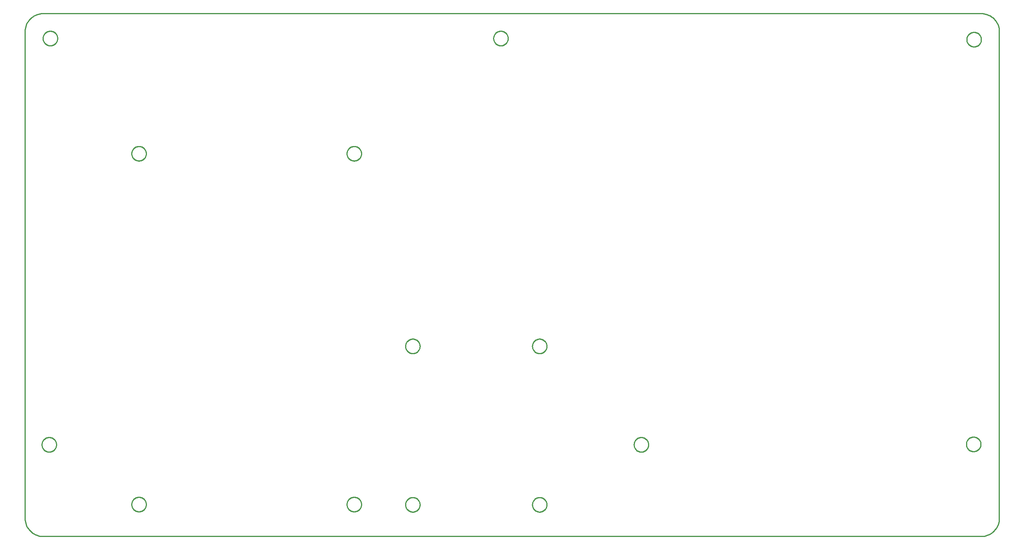
<source format=gbr>
G04 EAGLE Gerber X2 export*
%TF.Part,Single*%
%TF.FileFunction,Profile,NP*%
%TF.FilePolarity,Positive*%
%TF.GenerationSoftware,Autodesk,EAGLE,8.6.3*%
%TF.CreationDate,2021-05-18T20:18:47Z*%
G75*
%MOMM*%
%FSLAX34Y34*%
%LPD*%
%AMOC8*
5,1,8,0,0,1.08239X$1,22.5*%
G01*
%ADD10C,0.254000*%


D10*
X0Y40000D02*
X152Y36514D01*
X608Y33054D01*
X1363Y29647D01*
X2412Y26319D01*
X3748Y23095D01*
X5359Y20000D01*
X7234Y17057D01*
X9358Y14289D01*
X11716Y11716D01*
X14289Y9358D01*
X17057Y7234D01*
X20000Y5359D01*
X23095Y3748D01*
X26319Y2412D01*
X29647Y1363D01*
X33054Y608D01*
X36514Y152D01*
X40000Y0D01*
X2110000Y0D01*
X2113486Y152D01*
X2116946Y608D01*
X2120353Y1363D01*
X2123681Y2412D01*
X2126905Y3748D01*
X2130000Y5359D01*
X2132943Y7234D01*
X2135712Y9358D01*
X2138284Y11716D01*
X2140642Y14289D01*
X2142766Y17057D01*
X2144641Y20000D01*
X2146252Y23095D01*
X2147588Y26319D01*
X2148637Y29647D01*
X2149392Y33054D01*
X2149848Y36514D01*
X2150000Y40000D01*
X2150000Y1115000D01*
X2149848Y1118486D01*
X2149392Y1121946D01*
X2148637Y1125353D01*
X2147588Y1128681D01*
X2146252Y1131905D01*
X2144641Y1135000D01*
X2142766Y1137943D01*
X2140642Y1140712D01*
X2138284Y1143284D01*
X2135712Y1145642D01*
X2132943Y1147766D01*
X2130000Y1149641D01*
X2126905Y1151252D01*
X2123681Y1152588D01*
X2120353Y1153637D01*
X2116946Y1154392D01*
X2113486Y1154848D01*
X2110000Y1155000D01*
X40000Y1155000D01*
X36514Y1154848D01*
X33054Y1154392D01*
X29647Y1153637D01*
X26319Y1152588D01*
X23095Y1151252D01*
X20000Y1149641D01*
X17057Y1147766D01*
X14289Y1145642D01*
X11716Y1143284D01*
X9358Y1140712D01*
X7234Y1137943D01*
X5359Y1135000D01*
X3748Y1131905D01*
X2412Y1128681D01*
X1363Y1125353D01*
X608Y1121946D01*
X152Y1118486D01*
X0Y1115000D01*
X0Y40000D01*
X871625Y419426D02*
X871557Y418381D01*
X871420Y417342D01*
X871215Y416315D01*
X870944Y415303D01*
X870608Y414311D01*
X870207Y413343D01*
X869743Y412404D01*
X869220Y411496D01*
X868638Y410625D01*
X868000Y409794D01*
X867309Y409007D01*
X866568Y408266D01*
X865781Y407575D01*
X864950Y406938D01*
X864079Y406356D01*
X863171Y405832D01*
X862232Y405368D01*
X861264Y404967D01*
X860272Y404631D01*
X859260Y404360D01*
X858233Y404155D01*
X857194Y404019D01*
X856149Y403950D01*
X855101Y403950D01*
X854056Y404019D01*
X853017Y404155D01*
X851990Y404360D01*
X850978Y404631D01*
X849986Y404967D01*
X849018Y405368D01*
X848079Y405832D01*
X847171Y406356D01*
X846300Y406938D01*
X845469Y407575D01*
X844682Y408266D01*
X843941Y409007D01*
X843250Y409794D01*
X842613Y410625D01*
X842031Y411496D01*
X841507Y412404D01*
X841043Y413343D01*
X840642Y414311D01*
X840306Y415303D01*
X840035Y416315D01*
X839830Y417342D01*
X839694Y418381D01*
X839625Y419426D01*
X839625Y420474D01*
X839694Y421519D01*
X839830Y422558D01*
X840035Y423585D01*
X840306Y424597D01*
X840642Y425589D01*
X841043Y426557D01*
X841507Y427496D01*
X842031Y428404D01*
X842613Y429275D01*
X843250Y430106D01*
X843941Y430893D01*
X844682Y431634D01*
X845469Y432325D01*
X846300Y432963D01*
X847171Y433545D01*
X848079Y434068D01*
X849018Y434532D01*
X849986Y434933D01*
X850978Y435269D01*
X851990Y435540D01*
X853017Y435745D01*
X854056Y435882D01*
X855101Y435950D01*
X856149Y435950D01*
X857194Y435882D01*
X858233Y435745D01*
X859260Y435540D01*
X860272Y435269D01*
X861264Y434933D01*
X862232Y434532D01*
X863171Y434068D01*
X864079Y433545D01*
X864950Y432963D01*
X865781Y432325D01*
X866568Y431634D01*
X867309Y430893D01*
X868000Y430106D01*
X868638Y429275D01*
X869220Y428404D01*
X869743Y427496D01*
X870207Y426557D01*
X870608Y425589D01*
X870944Y424597D01*
X871215Y423585D01*
X871420Y422558D01*
X871557Y421519D01*
X871625Y420474D01*
X871625Y419426D01*
X871625Y69426D02*
X871557Y68381D01*
X871420Y67342D01*
X871215Y66315D01*
X870944Y65303D01*
X870608Y64311D01*
X870207Y63343D01*
X869743Y62404D01*
X869220Y61496D01*
X868638Y60625D01*
X868000Y59794D01*
X867309Y59007D01*
X866568Y58266D01*
X865781Y57575D01*
X864950Y56938D01*
X864079Y56356D01*
X863171Y55832D01*
X862232Y55368D01*
X861264Y54967D01*
X860272Y54631D01*
X859260Y54360D01*
X858233Y54155D01*
X857194Y54019D01*
X856149Y53950D01*
X855101Y53950D01*
X854056Y54019D01*
X853017Y54155D01*
X851990Y54360D01*
X850978Y54631D01*
X849986Y54967D01*
X849018Y55368D01*
X848079Y55832D01*
X847171Y56356D01*
X846300Y56938D01*
X845469Y57575D01*
X844682Y58266D01*
X843941Y59007D01*
X843250Y59794D01*
X842613Y60625D01*
X842031Y61496D01*
X841507Y62404D01*
X841043Y63343D01*
X840642Y64311D01*
X840306Y65303D01*
X840035Y66315D01*
X839830Y67342D01*
X839694Y68381D01*
X839625Y69426D01*
X839625Y70474D01*
X839694Y71519D01*
X839830Y72558D01*
X840035Y73585D01*
X840306Y74597D01*
X840642Y75589D01*
X841043Y76557D01*
X841507Y77496D01*
X842031Y78404D01*
X842613Y79275D01*
X843250Y80106D01*
X843941Y80893D01*
X844682Y81634D01*
X845469Y82325D01*
X846300Y82963D01*
X847171Y83545D01*
X848079Y84068D01*
X849018Y84532D01*
X849986Y84933D01*
X850978Y85269D01*
X851990Y85540D01*
X853017Y85745D01*
X854056Y85882D01*
X855101Y85950D01*
X856149Y85950D01*
X857194Y85882D01*
X858233Y85745D01*
X859260Y85540D01*
X860272Y85269D01*
X861264Y84933D01*
X862232Y84532D01*
X863171Y84068D01*
X864079Y83545D01*
X864950Y82963D01*
X865781Y82325D01*
X866568Y81634D01*
X867309Y80893D01*
X868000Y80106D01*
X868638Y79275D01*
X869220Y78404D01*
X869743Y77496D01*
X870207Y76557D01*
X870608Y75589D01*
X870944Y74597D01*
X871215Y73585D01*
X871420Y72558D01*
X871557Y71519D01*
X871625Y70474D01*
X871625Y69426D01*
X1151625Y69426D02*
X1151557Y68381D01*
X1151420Y67342D01*
X1151215Y66315D01*
X1150944Y65303D01*
X1150608Y64311D01*
X1150207Y63343D01*
X1149743Y62404D01*
X1149220Y61496D01*
X1148638Y60625D01*
X1148000Y59794D01*
X1147309Y59007D01*
X1146568Y58266D01*
X1145781Y57575D01*
X1144950Y56938D01*
X1144079Y56356D01*
X1143171Y55832D01*
X1142232Y55368D01*
X1141264Y54967D01*
X1140272Y54631D01*
X1139260Y54360D01*
X1138233Y54155D01*
X1137194Y54019D01*
X1136149Y53950D01*
X1135101Y53950D01*
X1134056Y54019D01*
X1133017Y54155D01*
X1131990Y54360D01*
X1130978Y54631D01*
X1129986Y54967D01*
X1129018Y55368D01*
X1128079Y55832D01*
X1127171Y56356D01*
X1126300Y56938D01*
X1125469Y57575D01*
X1124682Y58266D01*
X1123941Y59007D01*
X1123250Y59794D01*
X1122613Y60625D01*
X1122031Y61496D01*
X1121507Y62404D01*
X1121043Y63343D01*
X1120642Y64311D01*
X1120306Y65303D01*
X1120035Y66315D01*
X1119830Y67342D01*
X1119694Y68381D01*
X1119625Y69426D01*
X1119625Y70474D01*
X1119694Y71519D01*
X1119830Y72558D01*
X1120035Y73585D01*
X1120306Y74597D01*
X1120642Y75589D01*
X1121043Y76557D01*
X1121507Y77496D01*
X1122031Y78404D01*
X1122613Y79275D01*
X1123250Y80106D01*
X1123941Y80893D01*
X1124682Y81634D01*
X1125469Y82325D01*
X1126300Y82963D01*
X1127171Y83545D01*
X1128079Y84068D01*
X1129018Y84532D01*
X1129986Y84933D01*
X1130978Y85269D01*
X1131990Y85540D01*
X1133017Y85745D01*
X1134056Y85882D01*
X1135101Y85950D01*
X1136149Y85950D01*
X1137194Y85882D01*
X1138233Y85745D01*
X1139260Y85540D01*
X1140272Y85269D01*
X1141264Y84933D01*
X1142232Y84532D01*
X1143171Y84068D01*
X1144079Y83545D01*
X1144950Y82963D01*
X1145781Y82325D01*
X1146568Y81634D01*
X1147309Y80893D01*
X1148000Y80106D01*
X1148638Y79275D01*
X1149220Y78404D01*
X1149743Y77496D01*
X1150207Y76557D01*
X1150608Y75589D01*
X1150944Y74597D01*
X1151215Y73585D01*
X1151420Y72558D01*
X1151557Y71519D01*
X1151625Y70474D01*
X1151625Y69426D01*
X1151625Y419426D02*
X1151557Y418381D01*
X1151420Y417342D01*
X1151215Y416315D01*
X1150944Y415303D01*
X1150608Y414311D01*
X1150207Y413343D01*
X1149743Y412404D01*
X1149220Y411496D01*
X1148638Y410625D01*
X1148000Y409794D01*
X1147309Y409007D01*
X1146568Y408266D01*
X1145781Y407575D01*
X1144950Y406938D01*
X1144079Y406356D01*
X1143171Y405832D01*
X1142232Y405368D01*
X1141264Y404967D01*
X1140272Y404631D01*
X1139260Y404360D01*
X1138233Y404155D01*
X1137194Y404019D01*
X1136149Y403950D01*
X1135101Y403950D01*
X1134056Y404019D01*
X1133017Y404155D01*
X1131990Y404360D01*
X1130978Y404631D01*
X1129986Y404967D01*
X1129018Y405368D01*
X1128079Y405832D01*
X1127171Y406356D01*
X1126300Y406938D01*
X1125469Y407575D01*
X1124682Y408266D01*
X1123941Y409007D01*
X1123250Y409794D01*
X1122613Y410625D01*
X1122031Y411496D01*
X1121507Y412404D01*
X1121043Y413343D01*
X1120642Y414311D01*
X1120306Y415303D01*
X1120035Y416315D01*
X1119830Y417342D01*
X1119694Y418381D01*
X1119625Y419426D01*
X1119625Y420474D01*
X1119694Y421519D01*
X1119830Y422558D01*
X1120035Y423585D01*
X1120306Y424597D01*
X1120642Y425589D01*
X1121043Y426557D01*
X1121507Y427496D01*
X1122031Y428404D01*
X1122613Y429275D01*
X1123250Y430106D01*
X1123941Y430893D01*
X1124682Y431634D01*
X1125469Y432325D01*
X1126300Y432963D01*
X1127171Y433545D01*
X1128079Y434068D01*
X1129018Y434532D01*
X1129986Y434933D01*
X1130978Y435269D01*
X1131990Y435540D01*
X1133017Y435745D01*
X1134056Y435882D01*
X1135101Y435950D01*
X1136149Y435950D01*
X1137194Y435882D01*
X1138233Y435745D01*
X1139260Y435540D01*
X1140272Y435269D01*
X1141264Y434933D01*
X1142232Y434532D01*
X1143171Y434068D01*
X1144079Y433545D01*
X1144950Y432963D01*
X1145781Y432325D01*
X1146568Y431634D01*
X1147309Y430893D01*
X1148000Y430106D01*
X1148638Y429275D01*
X1149220Y428404D01*
X1149743Y427496D01*
X1150207Y426557D01*
X1150608Y425589D01*
X1150944Y424597D01*
X1151215Y423585D01*
X1151420Y422558D01*
X1151557Y421519D01*
X1151625Y420474D01*
X1151625Y419426D01*
X267450Y845014D02*
X267382Y843968D01*
X267245Y842930D01*
X267040Y841902D01*
X266769Y840890D01*
X266433Y839898D01*
X266032Y838931D01*
X265568Y837991D01*
X265045Y837084D01*
X264463Y836213D01*
X263825Y835382D01*
X263134Y834594D01*
X262393Y833853D01*
X261606Y833163D01*
X260775Y832525D01*
X259904Y831943D01*
X258996Y831419D01*
X258057Y830956D01*
X257089Y830555D01*
X256097Y830218D01*
X255085Y829947D01*
X254058Y829743D01*
X253019Y829606D01*
X251974Y829538D01*
X250926Y829538D01*
X249881Y829606D01*
X248842Y829743D01*
X247815Y829947D01*
X246803Y830218D01*
X245811Y830555D01*
X244843Y830956D01*
X243904Y831419D01*
X242996Y831943D01*
X242125Y832525D01*
X241294Y833163D01*
X240507Y833853D01*
X239766Y834594D01*
X239075Y835382D01*
X238438Y836213D01*
X237856Y837084D01*
X237332Y837991D01*
X236868Y838931D01*
X236467Y839898D01*
X236131Y840890D01*
X235860Y841902D01*
X235655Y842930D01*
X235519Y843968D01*
X235450Y845014D01*
X235450Y846061D01*
X235519Y847107D01*
X235655Y848145D01*
X235860Y849173D01*
X236131Y850185D01*
X236467Y851177D01*
X236868Y852144D01*
X237332Y853084D01*
X237856Y853991D01*
X238438Y854862D01*
X239075Y855693D01*
X239766Y856481D01*
X240507Y857222D01*
X241294Y857912D01*
X242125Y858550D01*
X242996Y859132D01*
X243904Y859656D01*
X244843Y860119D01*
X245811Y860520D01*
X246803Y860857D01*
X247815Y861128D01*
X248842Y861332D01*
X249881Y861469D01*
X250926Y861538D01*
X251974Y861538D01*
X253019Y861469D01*
X254058Y861332D01*
X255085Y861128D01*
X256097Y860857D01*
X257089Y860520D01*
X258057Y860119D01*
X258996Y859656D01*
X259904Y859132D01*
X260775Y858550D01*
X261606Y857912D01*
X262393Y857222D01*
X263134Y856481D01*
X263825Y855693D01*
X264463Y854862D01*
X265045Y853991D01*
X265568Y853084D01*
X266032Y852144D01*
X266433Y851177D01*
X266769Y850185D01*
X267040Y849173D01*
X267245Y848145D01*
X267382Y847107D01*
X267450Y846061D01*
X267450Y845014D01*
X742450Y845014D02*
X742382Y843968D01*
X742245Y842930D01*
X742040Y841902D01*
X741769Y840890D01*
X741433Y839898D01*
X741032Y838931D01*
X740568Y837991D01*
X740045Y837084D01*
X739463Y836213D01*
X738825Y835382D01*
X738134Y834594D01*
X737393Y833853D01*
X736606Y833163D01*
X735775Y832525D01*
X734904Y831943D01*
X733996Y831419D01*
X733057Y830956D01*
X732089Y830555D01*
X731097Y830218D01*
X730085Y829947D01*
X729058Y829743D01*
X728019Y829606D01*
X726974Y829538D01*
X725926Y829538D01*
X724881Y829606D01*
X723842Y829743D01*
X722815Y829947D01*
X721803Y830218D01*
X720811Y830555D01*
X719843Y830956D01*
X718904Y831419D01*
X717996Y831943D01*
X717125Y832525D01*
X716294Y833163D01*
X715507Y833853D01*
X714766Y834594D01*
X714075Y835382D01*
X713438Y836213D01*
X712856Y837084D01*
X712332Y837991D01*
X711868Y838931D01*
X711467Y839898D01*
X711131Y840890D01*
X710860Y841902D01*
X710655Y842930D01*
X710519Y843968D01*
X710450Y845014D01*
X710450Y846061D01*
X710519Y847107D01*
X710655Y848145D01*
X710860Y849173D01*
X711131Y850185D01*
X711467Y851177D01*
X711868Y852144D01*
X712332Y853084D01*
X712856Y853991D01*
X713438Y854862D01*
X714075Y855693D01*
X714766Y856481D01*
X715507Y857222D01*
X716294Y857912D01*
X717125Y858550D01*
X717996Y859132D01*
X718904Y859656D01*
X719843Y860119D01*
X720811Y860520D01*
X721803Y860857D01*
X722815Y861128D01*
X723842Y861332D01*
X724881Y861469D01*
X725926Y861538D01*
X726974Y861538D01*
X728019Y861469D01*
X729058Y861332D01*
X730085Y861128D01*
X731097Y860857D01*
X732089Y860520D01*
X733057Y860119D01*
X733996Y859656D01*
X734904Y859132D01*
X735775Y858550D01*
X736606Y857912D01*
X737393Y857222D01*
X738134Y856481D01*
X738825Y855693D01*
X739463Y854862D01*
X740045Y853991D01*
X740568Y853084D01*
X741032Y852144D01*
X741433Y851177D01*
X741769Y850185D01*
X742040Y849173D01*
X742245Y848145D01*
X742382Y847107D01*
X742450Y846061D01*
X742450Y845014D01*
X267450Y70014D02*
X267382Y68968D01*
X267245Y67930D01*
X267040Y66902D01*
X266769Y65890D01*
X266433Y64898D01*
X266032Y63931D01*
X265568Y62991D01*
X265045Y62084D01*
X264463Y61213D01*
X263825Y60382D01*
X263134Y59594D01*
X262393Y58853D01*
X261606Y58163D01*
X260775Y57525D01*
X259904Y56943D01*
X258996Y56419D01*
X258057Y55956D01*
X257089Y55555D01*
X256097Y55218D01*
X255085Y54947D01*
X254058Y54743D01*
X253019Y54606D01*
X251974Y54538D01*
X250926Y54538D01*
X249881Y54606D01*
X248842Y54743D01*
X247815Y54947D01*
X246803Y55218D01*
X245811Y55555D01*
X244843Y55956D01*
X243904Y56419D01*
X242996Y56943D01*
X242125Y57525D01*
X241294Y58163D01*
X240507Y58853D01*
X239766Y59594D01*
X239075Y60382D01*
X238438Y61213D01*
X237856Y62084D01*
X237332Y62991D01*
X236868Y63931D01*
X236467Y64898D01*
X236131Y65890D01*
X235860Y66902D01*
X235655Y67930D01*
X235519Y68968D01*
X235450Y70014D01*
X235450Y71061D01*
X235519Y72107D01*
X235655Y73145D01*
X235860Y74173D01*
X236131Y75185D01*
X236467Y76177D01*
X236868Y77144D01*
X237332Y78084D01*
X237856Y78991D01*
X238438Y79862D01*
X239075Y80693D01*
X239766Y81481D01*
X240507Y82222D01*
X241294Y82912D01*
X242125Y83550D01*
X242996Y84132D01*
X243904Y84656D01*
X244843Y85119D01*
X245811Y85520D01*
X246803Y85857D01*
X247815Y86128D01*
X248842Y86332D01*
X249881Y86469D01*
X250926Y86538D01*
X251974Y86538D01*
X253019Y86469D01*
X254058Y86332D01*
X255085Y86128D01*
X256097Y85857D01*
X257089Y85520D01*
X258057Y85119D01*
X258996Y84656D01*
X259904Y84132D01*
X260775Y83550D01*
X261606Y82912D01*
X262393Y82222D01*
X263134Y81481D01*
X263825Y80693D01*
X264463Y79862D01*
X265045Y78991D01*
X265568Y78084D01*
X266032Y77144D01*
X266433Y76177D01*
X266769Y75185D01*
X267040Y74173D01*
X267245Y73145D01*
X267382Y72107D01*
X267450Y71061D01*
X267450Y70014D01*
X742450Y70014D02*
X742382Y68968D01*
X742245Y67930D01*
X742040Y66902D01*
X741769Y65890D01*
X741433Y64898D01*
X741032Y63931D01*
X740568Y62991D01*
X740045Y62084D01*
X739463Y61213D01*
X738825Y60382D01*
X738134Y59594D01*
X737393Y58853D01*
X736606Y58163D01*
X735775Y57525D01*
X734904Y56943D01*
X733996Y56419D01*
X733057Y55956D01*
X732089Y55555D01*
X731097Y55218D01*
X730085Y54947D01*
X729058Y54743D01*
X728019Y54606D01*
X726974Y54538D01*
X725926Y54538D01*
X724881Y54606D01*
X723842Y54743D01*
X722815Y54947D01*
X721803Y55218D01*
X720811Y55555D01*
X719843Y55956D01*
X718904Y56419D01*
X717996Y56943D01*
X717125Y57525D01*
X716294Y58163D01*
X715507Y58853D01*
X714766Y59594D01*
X714075Y60382D01*
X713438Y61213D01*
X712856Y62084D01*
X712332Y62991D01*
X711868Y63931D01*
X711467Y64898D01*
X711131Y65890D01*
X710860Y66902D01*
X710655Y67930D01*
X710519Y68968D01*
X710450Y70014D01*
X710450Y71061D01*
X710519Y72107D01*
X710655Y73145D01*
X710860Y74173D01*
X711131Y75185D01*
X711467Y76177D01*
X711868Y77144D01*
X712332Y78084D01*
X712856Y78991D01*
X713438Y79862D01*
X714075Y80693D01*
X714766Y81481D01*
X715507Y82222D01*
X716294Y82912D01*
X717125Y83550D01*
X717996Y84132D01*
X718904Y84656D01*
X719843Y85119D01*
X720811Y85520D01*
X721803Y85857D01*
X722815Y86128D01*
X723842Y86332D01*
X724881Y86469D01*
X725926Y86538D01*
X726974Y86538D01*
X728019Y86469D01*
X729058Y86332D01*
X730085Y86128D01*
X731097Y85857D01*
X732089Y85520D01*
X733057Y85119D01*
X733996Y84656D01*
X734904Y84132D01*
X735775Y83550D01*
X736606Y82912D01*
X737393Y82222D01*
X738134Y81481D01*
X738825Y80693D01*
X739463Y79862D01*
X740045Y78991D01*
X740568Y78084D01*
X741032Y77144D01*
X741433Y76177D01*
X741769Y75185D01*
X742040Y74173D01*
X742245Y73145D01*
X742382Y72107D01*
X742450Y71061D01*
X742450Y70014D01*
X71750Y1099476D02*
X71682Y1098431D01*
X71545Y1097392D01*
X71340Y1096365D01*
X71069Y1095353D01*
X70733Y1094361D01*
X70332Y1093393D01*
X69868Y1092454D01*
X69345Y1091546D01*
X68763Y1090675D01*
X68125Y1089844D01*
X67434Y1089057D01*
X66693Y1088316D01*
X65906Y1087625D01*
X65075Y1086988D01*
X64204Y1086406D01*
X63296Y1085882D01*
X62357Y1085418D01*
X61389Y1085017D01*
X60397Y1084681D01*
X59385Y1084410D01*
X58358Y1084205D01*
X57319Y1084069D01*
X56274Y1084000D01*
X55226Y1084000D01*
X54181Y1084069D01*
X53142Y1084205D01*
X52115Y1084410D01*
X51103Y1084681D01*
X50111Y1085017D01*
X49143Y1085418D01*
X48204Y1085882D01*
X47296Y1086406D01*
X46425Y1086988D01*
X45594Y1087625D01*
X44807Y1088316D01*
X44066Y1089057D01*
X43375Y1089844D01*
X42738Y1090675D01*
X42156Y1091546D01*
X41632Y1092454D01*
X41168Y1093393D01*
X40767Y1094361D01*
X40431Y1095353D01*
X40160Y1096365D01*
X39955Y1097392D01*
X39819Y1098431D01*
X39750Y1099476D01*
X39750Y1100524D01*
X39819Y1101569D01*
X39955Y1102608D01*
X40160Y1103635D01*
X40431Y1104647D01*
X40767Y1105639D01*
X41168Y1106607D01*
X41632Y1107546D01*
X42156Y1108454D01*
X42738Y1109325D01*
X43375Y1110156D01*
X44066Y1110943D01*
X44807Y1111684D01*
X45594Y1112375D01*
X46425Y1113013D01*
X47296Y1113595D01*
X48204Y1114118D01*
X49143Y1114582D01*
X50111Y1114983D01*
X51103Y1115319D01*
X52115Y1115590D01*
X53142Y1115795D01*
X54181Y1115932D01*
X55226Y1116000D01*
X56274Y1116000D01*
X57319Y1115932D01*
X58358Y1115795D01*
X59385Y1115590D01*
X60397Y1115319D01*
X61389Y1114983D01*
X62357Y1114582D01*
X63296Y1114118D01*
X64204Y1113595D01*
X65075Y1113013D01*
X65906Y1112375D01*
X66693Y1111684D01*
X67434Y1110943D01*
X68125Y1110156D01*
X68763Y1109325D01*
X69345Y1108454D01*
X69868Y1107546D01*
X70332Y1106607D01*
X70733Y1105639D01*
X71069Y1104647D01*
X71340Y1103635D01*
X71545Y1102608D01*
X71682Y1101569D01*
X71750Y1100524D01*
X71750Y1099476D01*
X69250Y201976D02*
X69182Y200931D01*
X69045Y199892D01*
X68840Y198865D01*
X68569Y197853D01*
X68233Y196861D01*
X67832Y195893D01*
X67368Y194954D01*
X66845Y194046D01*
X66263Y193175D01*
X65625Y192344D01*
X64934Y191557D01*
X64193Y190816D01*
X63406Y190125D01*
X62575Y189488D01*
X61704Y188906D01*
X60796Y188382D01*
X59857Y187918D01*
X58889Y187517D01*
X57897Y187181D01*
X56885Y186910D01*
X55858Y186705D01*
X54819Y186569D01*
X53774Y186500D01*
X52726Y186500D01*
X51681Y186569D01*
X50642Y186705D01*
X49615Y186910D01*
X48603Y187181D01*
X47611Y187517D01*
X46643Y187918D01*
X45704Y188382D01*
X44796Y188906D01*
X43925Y189488D01*
X43094Y190125D01*
X42307Y190816D01*
X41566Y191557D01*
X40875Y192344D01*
X40238Y193175D01*
X39656Y194046D01*
X39132Y194954D01*
X38668Y195893D01*
X38267Y196861D01*
X37931Y197853D01*
X37660Y198865D01*
X37455Y199892D01*
X37319Y200931D01*
X37250Y201976D01*
X37250Y203024D01*
X37319Y204069D01*
X37455Y205108D01*
X37660Y206135D01*
X37931Y207147D01*
X38267Y208139D01*
X38668Y209107D01*
X39132Y210046D01*
X39656Y210954D01*
X40238Y211825D01*
X40875Y212656D01*
X41566Y213443D01*
X42307Y214184D01*
X43094Y214875D01*
X43925Y215513D01*
X44796Y216095D01*
X45704Y216618D01*
X46643Y217082D01*
X47611Y217483D01*
X48603Y217819D01*
X49615Y218090D01*
X50642Y218295D01*
X51681Y218432D01*
X52726Y218500D01*
X53774Y218500D01*
X54819Y218432D01*
X55858Y218295D01*
X56885Y218090D01*
X57897Y217819D01*
X58889Y217483D01*
X59857Y217082D01*
X60796Y216618D01*
X61704Y216095D01*
X62575Y215513D01*
X63406Y214875D01*
X64193Y214184D01*
X64934Y213443D01*
X65625Y212656D01*
X66263Y211825D01*
X66845Y210954D01*
X67368Y210046D01*
X67832Y209107D01*
X68233Y208139D01*
X68569Y207147D01*
X68840Y206135D01*
X69045Y205108D01*
X69182Y204069D01*
X69250Y203024D01*
X69250Y201976D01*
X2110250Y1096976D02*
X2110182Y1095931D01*
X2110045Y1094892D01*
X2109840Y1093865D01*
X2109569Y1092853D01*
X2109233Y1091861D01*
X2108832Y1090893D01*
X2108368Y1089954D01*
X2107845Y1089046D01*
X2107263Y1088175D01*
X2106625Y1087344D01*
X2105934Y1086557D01*
X2105193Y1085816D01*
X2104406Y1085125D01*
X2103575Y1084488D01*
X2102704Y1083906D01*
X2101796Y1083382D01*
X2100857Y1082918D01*
X2099889Y1082517D01*
X2098897Y1082181D01*
X2097885Y1081910D01*
X2096858Y1081705D01*
X2095819Y1081569D01*
X2094774Y1081500D01*
X2093726Y1081500D01*
X2092681Y1081569D01*
X2091642Y1081705D01*
X2090615Y1081910D01*
X2089603Y1082181D01*
X2088611Y1082517D01*
X2087643Y1082918D01*
X2086704Y1083382D01*
X2085796Y1083906D01*
X2084925Y1084488D01*
X2084094Y1085125D01*
X2083307Y1085816D01*
X2082566Y1086557D01*
X2081875Y1087344D01*
X2081238Y1088175D01*
X2080656Y1089046D01*
X2080132Y1089954D01*
X2079668Y1090893D01*
X2079267Y1091861D01*
X2078931Y1092853D01*
X2078660Y1093865D01*
X2078455Y1094892D01*
X2078319Y1095931D01*
X2078250Y1096976D01*
X2078250Y1098024D01*
X2078319Y1099069D01*
X2078455Y1100108D01*
X2078660Y1101135D01*
X2078931Y1102147D01*
X2079267Y1103139D01*
X2079668Y1104107D01*
X2080132Y1105046D01*
X2080656Y1105954D01*
X2081238Y1106825D01*
X2081875Y1107656D01*
X2082566Y1108443D01*
X2083307Y1109184D01*
X2084094Y1109875D01*
X2084925Y1110513D01*
X2085796Y1111095D01*
X2086704Y1111618D01*
X2087643Y1112082D01*
X2088611Y1112483D01*
X2089603Y1112819D01*
X2090615Y1113090D01*
X2091642Y1113295D01*
X2092681Y1113432D01*
X2093726Y1113500D01*
X2094774Y1113500D01*
X2095819Y1113432D01*
X2096858Y1113295D01*
X2097885Y1113090D01*
X2098897Y1112819D01*
X2099889Y1112483D01*
X2100857Y1112082D01*
X2101796Y1111618D01*
X2102704Y1111095D01*
X2103575Y1110513D01*
X2104406Y1109875D01*
X2105193Y1109184D01*
X2105934Y1108443D01*
X2106625Y1107656D01*
X2107263Y1106825D01*
X2107845Y1105954D01*
X2108368Y1105046D01*
X2108832Y1104107D01*
X2109233Y1103139D01*
X2109569Y1102147D01*
X2109840Y1101135D01*
X2110045Y1100108D01*
X2110182Y1099069D01*
X2110250Y1098024D01*
X2110250Y1096976D01*
X2109250Y202976D02*
X2109182Y201931D01*
X2109045Y200892D01*
X2108840Y199865D01*
X2108569Y198853D01*
X2108233Y197861D01*
X2107832Y196893D01*
X2107368Y195954D01*
X2106845Y195046D01*
X2106263Y194175D01*
X2105625Y193344D01*
X2104934Y192557D01*
X2104193Y191816D01*
X2103406Y191125D01*
X2102575Y190488D01*
X2101704Y189906D01*
X2100796Y189382D01*
X2099857Y188918D01*
X2098889Y188517D01*
X2097897Y188181D01*
X2096885Y187910D01*
X2095858Y187705D01*
X2094819Y187569D01*
X2093774Y187500D01*
X2092726Y187500D01*
X2091681Y187569D01*
X2090642Y187705D01*
X2089615Y187910D01*
X2088603Y188181D01*
X2087611Y188517D01*
X2086643Y188918D01*
X2085704Y189382D01*
X2084796Y189906D01*
X2083925Y190488D01*
X2083094Y191125D01*
X2082307Y191816D01*
X2081566Y192557D01*
X2080875Y193344D01*
X2080238Y194175D01*
X2079656Y195046D01*
X2079132Y195954D01*
X2078668Y196893D01*
X2078267Y197861D01*
X2077931Y198853D01*
X2077660Y199865D01*
X2077455Y200892D01*
X2077319Y201931D01*
X2077250Y202976D01*
X2077250Y204024D01*
X2077319Y205069D01*
X2077455Y206108D01*
X2077660Y207135D01*
X2077931Y208147D01*
X2078267Y209139D01*
X2078668Y210107D01*
X2079132Y211046D01*
X2079656Y211954D01*
X2080238Y212825D01*
X2080875Y213656D01*
X2081566Y214443D01*
X2082307Y215184D01*
X2083094Y215875D01*
X2083925Y216513D01*
X2084796Y217095D01*
X2085704Y217618D01*
X2086643Y218082D01*
X2087611Y218483D01*
X2088603Y218819D01*
X2089615Y219090D01*
X2090642Y219295D01*
X2091681Y219432D01*
X2092726Y219500D01*
X2093774Y219500D01*
X2094819Y219432D01*
X2095858Y219295D01*
X2096885Y219090D01*
X2097897Y218819D01*
X2098889Y218483D01*
X2099857Y218082D01*
X2100796Y217618D01*
X2101704Y217095D01*
X2102575Y216513D01*
X2103406Y215875D01*
X2104193Y215184D01*
X2104934Y214443D01*
X2105625Y213656D01*
X2106263Y212825D01*
X2106845Y211954D01*
X2107368Y211046D01*
X2107832Y210107D01*
X2108233Y209139D01*
X2108569Y208147D01*
X2108840Y207135D01*
X2109045Y206108D01*
X2109182Y205069D01*
X2109250Y204024D01*
X2109250Y202976D01*
X1066000Y1099476D02*
X1065932Y1098431D01*
X1065795Y1097392D01*
X1065590Y1096365D01*
X1065319Y1095353D01*
X1064983Y1094361D01*
X1064582Y1093393D01*
X1064118Y1092454D01*
X1063595Y1091546D01*
X1063013Y1090675D01*
X1062375Y1089844D01*
X1061684Y1089057D01*
X1060943Y1088316D01*
X1060156Y1087625D01*
X1059325Y1086988D01*
X1058454Y1086406D01*
X1057546Y1085882D01*
X1056607Y1085418D01*
X1055639Y1085017D01*
X1054647Y1084681D01*
X1053635Y1084410D01*
X1052608Y1084205D01*
X1051569Y1084069D01*
X1050524Y1084000D01*
X1049476Y1084000D01*
X1048431Y1084069D01*
X1047392Y1084205D01*
X1046365Y1084410D01*
X1045353Y1084681D01*
X1044361Y1085017D01*
X1043393Y1085418D01*
X1042454Y1085882D01*
X1041546Y1086406D01*
X1040675Y1086988D01*
X1039844Y1087625D01*
X1039057Y1088316D01*
X1038316Y1089057D01*
X1037625Y1089844D01*
X1036988Y1090675D01*
X1036406Y1091546D01*
X1035882Y1092454D01*
X1035418Y1093393D01*
X1035017Y1094361D01*
X1034681Y1095353D01*
X1034410Y1096365D01*
X1034205Y1097392D01*
X1034069Y1098431D01*
X1034000Y1099476D01*
X1034000Y1100524D01*
X1034069Y1101569D01*
X1034205Y1102608D01*
X1034410Y1103635D01*
X1034681Y1104647D01*
X1035017Y1105639D01*
X1035418Y1106607D01*
X1035882Y1107546D01*
X1036406Y1108454D01*
X1036988Y1109325D01*
X1037625Y1110156D01*
X1038316Y1110943D01*
X1039057Y1111684D01*
X1039844Y1112375D01*
X1040675Y1113013D01*
X1041546Y1113595D01*
X1042454Y1114118D01*
X1043393Y1114582D01*
X1044361Y1114983D01*
X1045353Y1115319D01*
X1046365Y1115590D01*
X1047392Y1115795D01*
X1048431Y1115932D01*
X1049476Y1116000D01*
X1050524Y1116000D01*
X1051569Y1115932D01*
X1052608Y1115795D01*
X1053635Y1115590D01*
X1054647Y1115319D01*
X1055639Y1114983D01*
X1056607Y1114582D01*
X1057546Y1114118D01*
X1058454Y1113595D01*
X1059325Y1113013D01*
X1060156Y1112375D01*
X1060943Y1111684D01*
X1061684Y1110943D01*
X1062375Y1110156D01*
X1063013Y1109325D01*
X1063595Y1108454D01*
X1064118Y1107546D01*
X1064582Y1106607D01*
X1064983Y1105639D01*
X1065319Y1104647D01*
X1065590Y1103635D01*
X1065795Y1102608D01*
X1065932Y1101569D01*
X1066000Y1100524D01*
X1066000Y1099476D01*
X1376000Y201976D02*
X1375932Y200931D01*
X1375795Y199892D01*
X1375590Y198865D01*
X1375319Y197853D01*
X1374983Y196861D01*
X1374582Y195893D01*
X1374118Y194954D01*
X1373595Y194046D01*
X1373013Y193175D01*
X1372375Y192344D01*
X1371684Y191557D01*
X1370943Y190816D01*
X1370156Y190125D01*
X1369325Y189488D01*
X1368454Y188906D01*
X1367546Y188382D01*
X1366607Y187918D01*
X1365639Y187517D01*
X1364647Y187181D01*
X1363635Y186910D01*
X1362608Y186705D01*
X1361569Y186569D01*
X1360524Y186500D01*
X1359476Y186500D01*
X1358431Y186569D01*
X1357392Y186705D01*
X1356365Y186910D01*
X1355353Y187181D01*
X1354361Y187517D01*
X1353393Y187918D01*
X1352454Y188382D01*
X1351546Y188906D01*
X1350675Y189488D01*
X1349844Y190125D01*
X1349057Y190816D01*
X1348316Y191557D01*
X1347625Y192344D01*
X1346988Y193175D01*
X1346406Y194046D01*
X1345882Y194954D01*
X1345418Y195893D01*
X1345017Y196861D01*
X1344681Y197853D01*
X1344410Y198865D01*
X1344205Y199892D01*
X1344069Y200931D01*
X1344000Y201976D01*
X1344000Y203024D01*
X1344069Y204069D01*
X1344205Y205108D01*
X1344410Y206135D01*
X1344681Y207147D01*
X1345017Y208139D01*
X1345418Y209107D01*
X1345882Y210046D01*
X1346406Y210954D01*
X1346988Y211825D01*
X1347625Y212656D01*
X1348316Y213443D01*
X1349057Y214184D01*
X1349844Y214875D01*
X1350675Y215513D01*
X1351546Y216095D01*
X1352454Y216618D01*
X1353393Y217082D01*
X1354361Y217483D01*
X1355353Y217819D01*
X1356365Y218090D01*
X1357392Y218295D01*
X1358431Y218432D01*
X1359476Y218500D01*
X1360524Y218500D01*
X1361569Y218432D01*
X1362608Y218295D01*
X1363635Y218090D01*
X1364647Y217819D01*
X1365639Y217483D01*
X1366607Y217082D01*
X1367546Y216618D01*
X1368454Y216095D01*
X1369325Y215513D01*
X1370156Y214875D01*
X1370943Y214184D01*
X1371684Y213443D01*
X1372375Y212656D01*
X1373013Y211825D01*
X1373595Y210954D01*
X1374118Y210046D01*
X1374582Y209107D01*
X1374983Y208139D01*
X1375319Y207147D01*
X1375590Y206135D01*
X1375795Y205108D01*
X1375932Y204069D01*
X1376000Y203024D01*
X1376000Y201976D01*
M02*

</source>
